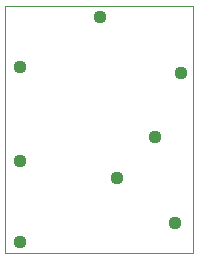
<source format=gbs>
G75*
%MOIN*%
%OFA0B0*%
%FSLAX24Y24*%
%IPPOS*%
%LPD*%
%AMOC8*
5,1,8,0,0,1.08239X$1,22.5*
%
%ADD10C,0.0000*%
%ADD11C,0.0437*%
D10*
X002767Y002517D02*
X002767Y010742D01*
X009043Y010742D01*
X009043Y002517D01*
X002767Y002517D01*
D11*
X003267Y002892D03*
X008454Y003517D03*
X006517Y005017D03*
X003267Y005579D03*
X007767Y006392D03*
X008642Y008517D03*
X003267Y008704D03*
X005954Y010392D03*
M02*

</source>
